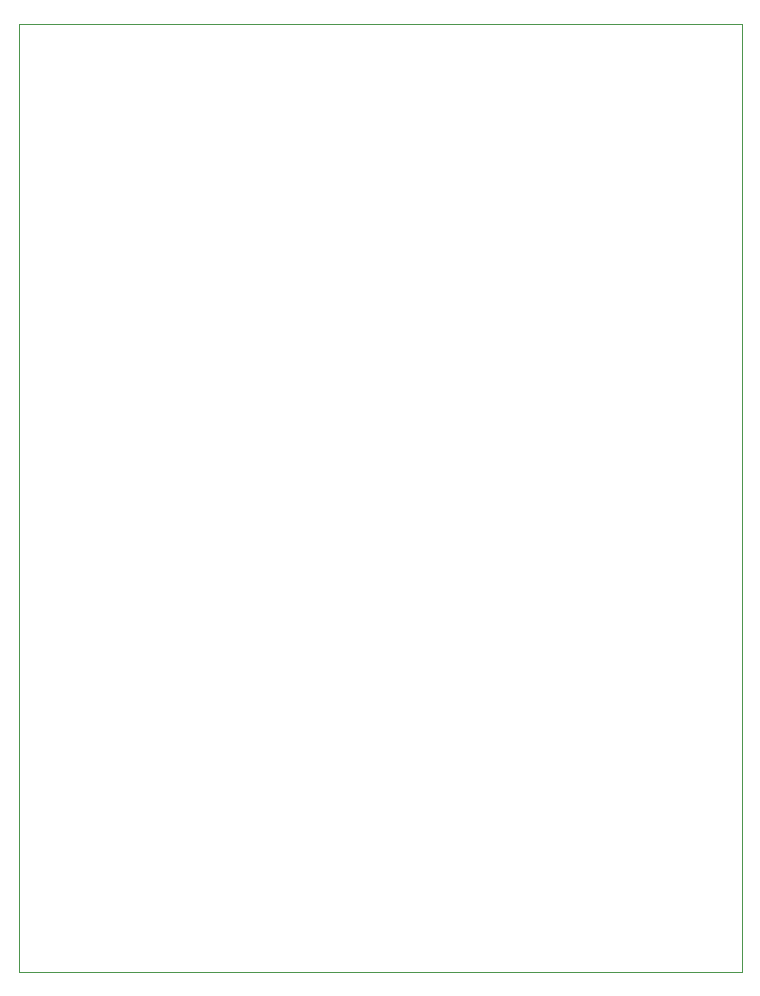
<source format=gbr>
G04 #@! TF.GenerationSoftware,KiCad,Pcbnew,(5.1.2-1)-1*
G04 #@! TF.CreationDate,2019-07-02T18:03:37-05:00*
G04 #@! TF.ProjectId,multiSPI,6d756c74-6953-4504-992e-6b696361645f,rev?*
G04 #@! TF.SameCoordinates,Original*
G04 #@! TF.FileFunction,Profile,NP*
%FSLAX46Y46*%
G04 Gerber Fmt 4.6, Leading zero omitted, Abs format (unit mm)*
G04 Created by KiCad (PCBNEW (5.1.2-1)-1) date 2019-07-02 18:03:37*
%MOMM*%
%LPD*%
G04 APERTURE LIST*
%ADD10C,0.100000*%
G04 APERTURE END LIST*
D10*
X172720000Y-123190000D02*
X172720000Y-85598000D01*
X111506000Y-123190000D02*
X172720000Y-123190000D01*
X111506000Y-42926000D02*
X111506000Y-123190000D01*
X172720000Y-42926000D02*
X111506000Y-42926000D01*
X172720000Y-85598000D02*
X172720000Y-42926000D01*
M02*

</source>
